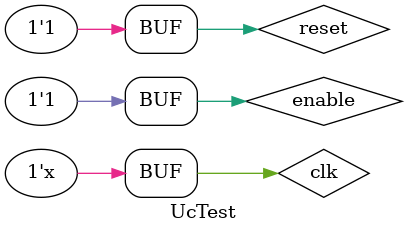
<source format=v>
module UcTest();
reg clk;
reg reset;
reg enable;
wire [3:0] number;

always #10 clk <= ~clk;


counter_S DUT(clk, reset, enable, number);

initial begin

clk <= 1'b0;
reset <= 1'b0;
enable <=1'b1;

#25

#1
reset <= 1'b1;

#5
reset <= 1'b0;
#5

enable <= 1'b1;
#1
reset <= 1'b1;
#5
reset <= 1'b0;

#380
reset<=1'b1;


end


endmodule

</source>
